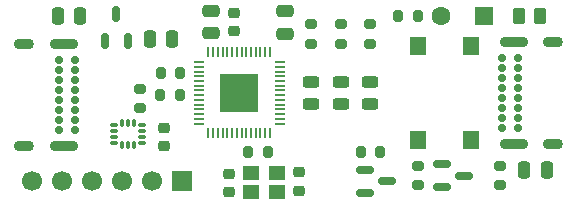
<source format=gbr>
%TF.GenerationSoftware,KiCad,Pcbnew,9.0.4*%
%TF.CreationDate,2025-10-08T21:43:02+01:00*%
%TF.ProjectId,DashcamPower,44617368-6361-46d5-906f-7765722e6b69,rev?*%
%TF.SameCoordinates,Original*%
%TF.FileFunction,Soldermask,Top*%
%TF.FilePolarity,Negative*%
%FSLAX46Y46*%
G04 Gerber Fmt 4.6, Leading zero omitted, Abs format (unit mm)*
G04 Created by KiCad (PCBNEW 9.0.4) date 2025-10-08 21:43:02*
%MOMM*%
%LPD*%
G01*
G04 APERTURE LIST*
G04 Aperture macros list*
%AMRoundRect*
0 Rectangle with rounded corners*
0 $1 Rounding radius*
0 $2 $3 $4 $5 $6 $7 $8 $9 X,Y pos of 4 corners*
0 Add a 4 corners polygon primitive as box body*
4,1,4,$2,$3,$4,$5,$6,$7,$8,$9,$2,$3,0*
0 Add four circle primitives for the rounded corners*
1,1,$1+$1,$2,$3*
1,1,$1+$1,$4,$5*
1,1,$1+$1,$6,$7*
1,1,$1+$1,$8,$9*
0 Add four rect primitives between the rounded corners*
20,1,$1+$1,$2,$3,$4,$5,0*
20,1,$1+$1,$4,$5,$6,$7,0*
20,1,$1+$1,$6,$7,$8,$9,0*
20,1,$1+$1,$8,$9,$2,$3,0*%
G04 Aperture macros list end*
%ADD10RoundRect,0.200000X-0.200000X-0.275000X0.200000X-0.275000X0.200000X0.275000X-0.200000X0.275000X0*%
%ADD11RoundRect,0.200000X-0.275000X0.200000X-0.275000X-0.200000X0.275000X-0.200000X0.275000X0.200000X0*%
%ADD12RoundRect,0.225000X0.250000X-0.225000X0.250000X0.225000X-0.250000X0.225000X-0.250000X-0.225000X0*%
%ADD13C,0.700000*%
%ADD14O,2.400000X0.900000*%
%ADD15O,1.700000X0.900000*%
%ADD16RoundRect,0.200000X0.275000X-0.200000X0.275000X0.200000X-0.275000X0.200000X-0.275000X-0.200000X0*%
%ADD17R,1.700000X1.700000*%
%ADD18C,1.700000*%
%ADD19RoundRect,0.150000X-0.587500X-0.150000X0.587500X-0.150000X0.587500X0.150000X-0.587500X0.150000X0*%
%ADD20RoundRect,0.250000X0.550000X0.550000X-0.550000X0.550000X-0.550000X-0.550000X0.550000X-0.550000X0*%
%ADD21C,1.600000*%
%ADD22RoundRect,0.250000X0.250000X0.475000X-0.250000X0.475000X-0.250000X-0.475000X0.250000X-0.475000X0*%
%ADD23R,1.400000X1.600000*%
%ADD24RoundRect,0.087500X-0.225000X-0.087500X0.225000X-0.087500X0.225000X0.087500X-0.225000X0.087500X0*%
%ADD25RoundRect,0.087500X-0.087500X-0.225000X0.087500X-0.225000X0.087500X0.225000X-0.087500X0.225000X0*%
%ADD26RoundRect,0.050000X-0.387500X-0.050000X0.387500X-0.050000X0.387500X0.050000X-0.387500X0.050000X0*%
%ADD27RoundRect,0.050000X-0.050000X-0.387500X0.050000X-0.387500X0.050000X0.387500X-0.050000X0.387500X0*%
%ADD28R,3.200000X3.200000*%
%ADD29RoundRect,0.250000X0.475000X-0.250000X0.475000X0.250000X-0.475000X0.250000X-0.475000X-0.250000X0*%
%ADD30RoundRect,0.243750X-0.456250X0.243750X-0.456250X-0.243750X0.456250X-0.243750X0.456250X0.243750X0*%
%ADD31RoundRect,0.150000X0.150000X-0.512500X0.150000X0.512500X-0.150000X0.512500X-0.150000X-0.512500X0*%
%ADD32R,1.400000X1.200000*%
%ADD33RoundRect,0.200000X0.200000X0.275000X-0.200000X0.275000X-0.200000X-0.275000X0.200000X-0.275000X0*%
%ADD34RoundRect,0.225000X-0.250000X0.225000X-0.250000X-0.225000X0.250000X-0.225000X0.250000X0.225000X0*%
%ADD35RoundRect,0.250000X0.262500X0.450000X-0.262500X0.450000X-0.262500X-0.450000X0.262500X-0.450000X0*%
%ADD36RoundRect,0.250000X-0.250000X-0.475000X0.250000X-0.475000X0.250000X0.475000X-0.250000X0.475000X0*%
G04 APERTURE END LIST*
D10*
%TO.C,R4*%
X97675000Y-105000000D03*
X99325000Y-105000000D03*
%TD*%
D11*
%TO.C,R5*%
X79000000Y-99675000D03*
X79000000Y-101325000D03*
%TD*%
D12*
%TO.C,C4*%
X87000000Y-94775000D03*
X87000000Y-93225000D03*
%TD*%
D13*
%TO.C,J2*%
X109650000Y-102975000D03*
X109650000Y-102125000D03*
X109650000Y-101275000D03*
X109650000Y-100425000D03*
X109650000Y-99575000D03*
X109650000Y-98725000D03*
X109650000Y-97875000D03*
X109650000Y-97025000D03*
X111000000Y-97025000D03*
X111000000Y-97875000D03*
X111000000Y-98725000D03*
X111000000Y-99575000D03*
X111000000Y-100425000D03*
X111000000Y-101275000D03*
X111000000Y-102125000D03*
X111000000Y-102975000D03*
D14*
X110630000Y-104325000D03*
D15*
X114010000Y-104325000D03*
D14*
X110630000Y-95675000D03*
D15*
X114010000Y-95675000D03*
%TD*%
D16*
%TO.C,R15*%
X96000000Y-95825000D03*
X96000000Y-94175000D03*
%TD*%
%TO.C,R3*%
X102500000Y-107825000D03*
X102500000Y-106175000D03*
%TD*%
D17*
%TO.C,J4*%
X82540000Y-107500000D03*
D18*
X80000000Y-107500000D03*
X77460000Y-107500000D03*
X74920000Y-107500000D03*
X72380000Y-107500000D03*
X69840000Y-107500000D03*
%TD*%
D19*
%TO.C,Q2*%
X98062500Y-106550000D03*
X98062500Y-108450000D03*
X99937500Y-107500000D03*
%TD*%
D12*
%TO.C,C5*%
X81000000Y-104500000D03*
X81000000Y-102950000D03*
%TD*%
D20*
%TO.C,LS1*%
X108100000Y-93500000D03*
D21*
X104500000Y-93500000D03*
%TD*%
D22*
%TO.C,C1*%
X73950000Y-93500000D03*
X72050000Y-93500000D03*
%TD*%
D23*
%TO.C,SW1*%
X102500000Y-104000000D03*
X102500000Y-96000000D03*
X107000000Y-104000000D03*
X107000000Y-96000000D03*
%TD*%
D24*
%TO.C,U2*%
X76837500Y-102750000D03*
X76837500Y-103250000D03*
X76837500Y-103750000D03*
X76837500Y-104250000D03*
D25*
X77500000Y-104412500D03*
X78000000Y-104412500D03*
X78500000Y-104412500D03*
D24*
X79162500Y-104250000D03*
X79162500Y-103750000D03*
X79162500Y-103250000D03*
X79162500Y-102750000D03*
D25*
X78500000Y-102587500D03*
X78000000Y-102587500D03*
X77500000Y-102587500D03*
%TD*%
D10*
%TO.C,R17*%
X100850000Y-93500000D03*
X102500000Y-93500000D03*
%TD*%
D13*
%TO.C,J1*%
X73525000Y-97200000D03*
X73525000Y-98050000D03*
X73525000Y-98900000D03*
X73525000Y-99750000D03*
X73525000Y-100600000D03*
X73525000Y-101450000D03*
X73525000Y-102300000D03*
X73525000Y-103150000D03*
X72175000Y-103150000D03*
X72175000Y-102300000D03*
X72175000Y-101450000D03*
X72175000Y-100600000D03*
X72175000Y-99750000D03*
X72175000Y-98900000D03*
X72175000Y-98050000D03*
X72175000Y-97200000D03*
D14*
X72545000Y-95850000D03*
D15*
X69165000Y-95850000D03*
D14*
X72545000Y-104500000D03*
D15*
X69165000Y-104500000D03*
%TD*%
D10*
%TO.C,R6*%
X80725000Y-100200000D03*
X82375000Y-100200000D03*
%TD*%
D26*
%TO.C,U3*%
X83962500Y-97400000D03*
X83962500Y-97800000D03*
X83962500Y-98200000D03*
X83962500Y-98600000D03*
X83962500Y-99000000D03*
X83962500Y-99400000D03*
X83962500Y-99800000D03*
X83962500Y-100200000D03*
X83962500Y-100600000D03*
X83962500Y-101000000D03*
X83962500Y-101400000D03*
X83962500Y-101800000D03*
X83962500Y-102200000D03*
X83962500Y-102600000D03*
D27*
X84800000Y-103437500D03*
X85200000Y-103437500D03*
X85600000Y-103437500D03*
X86000000Y-103437500D03*
X86400000Y-103437500D03*
X86800000Y-103437500D03*
X87200000Y-103437500D03*
X87600000Y-103437500D03*
X88000000Y-103437500D03*
X88400000Y-103437500D03*
X88800000Y-103437500D03*
X89200000Y-103437500D03*
X89600000Y-103437500D03*
X90000000Y-103437500D03*
D26*
X90837500Y-102600000D03*
X90837500Y-102200000D03*
X90837500Y-101800000D03*
X90837500Y-101400000D03*
X90837500Y-101000000D03*
X90837500Y-100600000D03*
X90837500Y-100200000D03*
X90837500Y-99800000D03*
X90837500Y-99400000D03*
X90837500Y-99000000D03*
X90837500Y-98600000D03*
X90837500Y-98200000D03*
X90837500Y-97800000D03*
X90837500Y-97400000D03*
D27*
X90000000Y-96562500D03*
X89600000Y-96562500D03*
X89200000Y-96562500D03*
X88800000Y-96562500D03*
X88400000Y-96562500D03*
X88000000Y-96562500D03*
X87600000Y-96562500D03*
X87200000Y-96562500D03*
X86800000Y-96562500D03*
X86400000Y-96562500D03*
X86000000Y-96562500D03*
X85600000Y-96562500D03*
X85200000Y-96562500D03*
X84800000Y-96562500D03*
D28*
X87400000Y-100000000D03*
%TD*%
D29*
%TO.C,C9*%
X85000000Y-94950000D03*
X85000000Y-93050000D03*
%TD*%
D30*
%TO.C,D3*%
X98500000Y-99062500D03*
X98500000Y-100937500D03*
%TD*%
D16*
%TO.C,R16*%
X98500000Y-95825000D03*
X98500000Y-94175000D03*
%TD*%
D31*
%TO.C,U1*%
X76050000Y-95637500D03*
X77950000Y-95637500D03*
X77000000Y-93362500D03*
%TD*%
D16*
%TO.C,R22*%
X109500000Y-107825000D03*
X109500000Y-106175000D03*
%TD*%
D19*
%TO.C,Q1*%
X104562500Y-106050000D03*
X104562500Y-107950000D03*
X106437500Y-107000000D03*
%TD*%
D32*
%TO.C,Y1*%
X90600000Y-106800000D03*
X88400000Y-106800000D03*
X88400000Y-108400000D03*
X90600000Y-108400000D03*
%TD*%
D33*
%TO.C,R10*%
X89825000Y-105000000D03*
X88175000Y-105000000D03*
%TD*%
D30*
%TO.C,D2*%
X96000000Y-99062500D03*
X96000000Y-100937500D03*
%TD*%
%TO.C,D1*%
X93500000Y-99062500D03*
X93500000Y-100937500D03*
%TD*%
D34*
%TO.C,C11*%
X92500000Y-106725000D03*
X92500000Y-108275000D03*
%TD*%
D35*
%TO.C,R20*%
X112912500Y-93500000D03*
X111087500Y-93500000D03*
%TD*%
D10*
%TO.C,R7*%
X80750000Y-98300000D03*
X82400000Y-98300000D03*
%TD*%
D29*
%TO.C,C6*%
X91250000Y-95000000D03*
X91250000Y-93100000D03*
%TD*%
D12*
%TO.C,C12*%
X86500000Y-108400000D03*
X86500000Y-106850000D03*
%TD*%
D16*
%TO.C,R14*%
X93500000Y-95825000D03*
X93500000Y-94175000D03*
%TD*%
D36*
%TO.C,C3*%
X111550000Y-106500000D03*
X113450000Y-106500000D03*
%TD*%
%TO.C,C2*%
X79850000Y-95450000D03*
X81750000Y-95450000D03*
%TD*%
M02*

</source>
